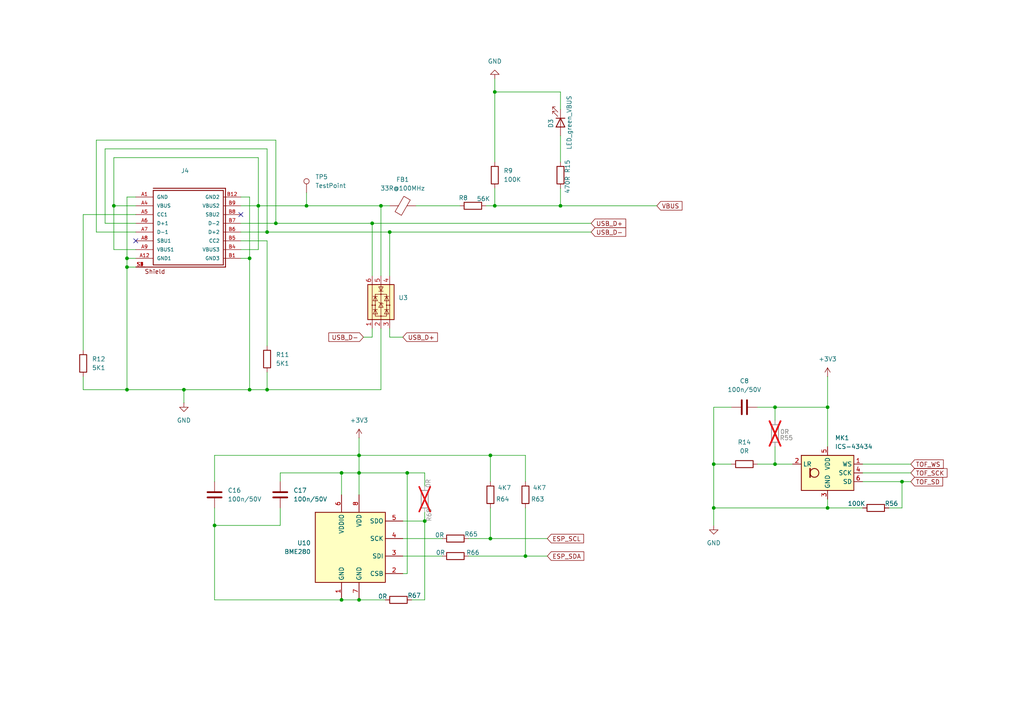
<source format=kicad_sch>
(kicad_sch (version 20250114) (generator "eeschema") (generator_version "9.0")
  (paper "A4")
  (title_block (title "USB_C connector"))
  (lib_symbols
    (symbol "629722000214:629722000214" (pin_names (offset 1.016))
      (property "Reference" "J" (at 0 11.43 0))
      (property "Value" "629722000214" (at 0 -15.24 0))
      (symbol "629722000214_0_0"
        (polyline (pts (xy -12.7 -12.7) (xy 10.795 -12.7)) (stroke (width 0.254)))
        (polyline (pts (xy -10.16 10.16) (xy 10.795 10.16)) (stroke (width 0.254)))
        (polyline (pts (xy -10.16 9.525) (xy 10.16 9.525)) (stroke (width 0.254)))
        (polyline (pts (xy -10.16 -12.065) (xy -10.16 9.525)) (stroke (width 0.254)))
        (polyline (pts (xy 10.16 9.525) (xy 10.16 -12.065)) (stroke (width 0.254)))
        (polyline (pts (xy 10.16 -12.065) (xy -10.16 -12.065)) (stroke (width 0.254)))
        (polyline (pts (xy 10.795 10.16) (xy 10.795 -12.7)) (stroke (width 0.254)))
        (text "Shield" (at -12.7 -14.732 0) (effects (font (size 1.27 1.27)) (justify left bottom)))
        (pin passive line (at -15.24 7.62 0) (length 5.08) (name "GND") (number "A1"))
        (pin passive line (at -15.24 5.08 0) (length 5.08) (name "VBUS") (number "A4"))
        (pin passive line (at -15.24 2.54 0) (length 5.08) (name "CC1") (number "A5"))
        (pin passive line (at -15.24 0 0) (length 5.08) (name "D+1") (number "A6"))
        (pin passive line (at -15.24 -2.54 0) (length 5.08) (name "D-1") (number "A7"))
        (pin passive line (at -15.24 -5.08 0) (length 5.08) (name "SBU1") (number "A8"))
        (pin passive line (at -15.24 -7.62 0) (length 5.08) (name "VBUS1") (number "A9"))
        (pin passive line (at -15.24 -10.16 0) (length 5.08) (name "GND1") (number "A12"))
        (pin passive line (at -15.24 -12.7 0) (length 2.54) (name "~") (number "S1"))
        (pin passive line (at -15.24 -12.7 0) (length 2.54) (name "~") (number "S2"))
        (pin passive line (at -15.24 -12.7 0) (length 2.54) (name "~") (number "S3"))
        (pin passive line (at -15.24 -12.7 0) (length 2.54) (name "~") (number "S4"))
        (pin passive line (at 15.24 7.62 180) (length 5.08) (name "GND2") (number "B12"))
        (pin passive line (at 15.24 5.08 180) (length 5.08) (name "VBUS2") (number "B9"))
        (pin passive line (at 15.24 2.54 180) (length 5.08) (name "SBU2") (number "B8"))
        (pin passive line (at 15.24 0 180) (length 5.08) (name "D-2") (number "B7"))
        (pin passive line (at 15.24 -2.54 180) (length 5.08) (name "D+2") (number "B6"))
        (pin passive line (at 15.24 -5.08 180) (length 5.08) (name "CC2") (number "B5"))
        (pin passive line (at 15.24 -7.62 180) (length 5.08) (name "VBUS3") (number "B4"))
        (pin passive line (at 15.24 -10.16 180) (length 5.08) (name "GND3") (number "B1"))
      )
    )
    (symbol "Connector:TestPoint" (pin_numbers (hide yes)) (pin_names (offset 0.762) (hide yes))
      (property "Reference" "TP" (at 0 6.858 0))
      (property "Value" "TestPoint" (at 0 5.08 0))
      (symbol "TestPoint_0_1"
        (circle (center 0 3.302) (radius 0.762))
      )
      (symbol "TestPoint_1_1"
        (pin passive line (at 0 0 90) (length 2.54) (name "1") (number "1"))
      )
    )
    (symbol "Device:C" (pin_numbers (hide yes)) (pin_names (offset 0.254))
      (property "Reference" "C" (at 0.635 2.54 0))
      (property "Value" "C" (at 0.635 -2.54 0))
      (symbol "C_0_1"
        (polyline (pts (xy -2.032 0.762) (xy 2.032 0.762)) (stroke (width 0.508)))
        (polyline (pts (xy -2.032 -0.762) (xy 2.032 -0.762)) (stroke (width 0.508)))
      )
      (symbol "C_1_1"
        (pin passive line (at 0 3.81 270) (length 2.794) (name "~") (number "1"))
        (pin passive line (at 0 -3.81 90) (length 2.794) (name "~") (number "2"))
      )
    )
    (symbol "Device:FerriteBead" (pin_numbers (hide yes)) (pin_names (offset 0))
      (property "Reference" "FB" (at -3.81 0.635 90))
      (property "Value" "FerriteBead" (at 3.81 0 90))
      (symbol "FerriteBead_0_1"
        (polyline (pts (xy -2.7686 0.4064) (xy -1.7018 2.2606) (xy 2.7686 -0.3048) (xy 1.6764 -2.159) (xy -2.7686 0.4064)))
        (polyline (pts (xy 0 1.27) (xy 0 1.2954)))
        (polyline (pts (xy 0 -1.27) (xy 0 -1.2192)))
      )
      (symbol "FerriteBead_1_1"
        (pin passive line (at 0 3.81 270) (length 2.54) (name "~") (number "1"))
        (pin passive line (at 0 -3.81 90) (length 2.54) (name "~") (number "2"))
      )
    )
    (symbol "Device:LED" (pin_numbers (hide yes)) (pin_names (offset 1.016) (hide yes))
      (property "Reference" "D" (at 0 2.54 0))
      (property "Value" "LED" (at 0 -2.54 0))
      (symbol "LED_0_1"
        (polyline (pts (xy -3.048 -0.762) (xy -4.572 -2.286) (xy -3.81 -2.286) (xy -4.572 -2.286) (xy -4.572 -1.524)))
        (polyline (pts (xy -1.778 -0.762) (xy -3.302 -2.286) (xy -2.54 -2.286) (xy -3.302 -2.286) (xy -3.302 -1.524)))
        (polyline (pts (xy -1.27 0) (xy 1.27 0)))
        (polyline (pts (xy -1.27 -1.27) (xy -1.27 1.27)) (stroke (width 0.254)))
        (polyline (pts (xy 1.27 -1.27) (xy 1.27 1.27) (xy -1.27 0) (xy 1.27 -1.27)) (stroke (width 0.254)))
      )
      (symbol "LED_1_1"
        (pin passive line (at -3.81 0 0) (length 2.54) (name "K") (number "1"))
        (pin passive line (at 3.81 0 180) (length 2.54) (name "A") (number "2"))
      )
    )
    (symbol "Device:R" (pin_numbers (hide yes)) (pin_names (offset 0))
      (property "Reference" "R" (at 2.032 0 90))
      (property "Value" "R" (at 0 0 90))
      (symbol "R_0_1"
        (rectangle (start -1.016 -2.54) (end 1.016 2.54) (stroke (width 0.254)))
      )
      (symbol "R_1_1"
        (pin passive line (at 0 3.81 270) (length 1.27) (name "~") (number "1"))
        (pin passive line (at 0 -3.81 90) (length 1.27) (name "~") (number "2"))
      )
    )
    (symbol "Power_Protection:WE-TVS-82400102"
      (property "Reference" "U" (at 0 7.62 0))
      (property "Value" "WE-TVS-82400102" (at 0 5.08 0))
      (symbol "WE-TVS-82400102_0_1"
        (polyline (pts (xy -5.08 2.54) (xy 5.08 2.54)))
        (polyline (pts (xy -5.08 -2.54) (xy 5.08 -2.54)))
        (rectangle (start -4.064 1.651) (end 2.286 -1.651))
        (circle (center -4.064 0) (radius 0.127))
        (polyline (pts (xy -4.064 0) (xy -5.08 0)))
        (polyline (pts (xy -4.064 0) (xy 2.286 0)) (fill (type outline)))
        (polyline (pts (xy -3.429 1.016) (xy -3.429 2.286) (xy -2.159 1.651) (xy -3.429 1.016)))
        (polyline (pts (xy -3.429 -1.016) (xy -3.429 -2.286) (xy -2.159 -1.651) (xy -3.429 -1.016)))
        (polyline (pts (xy -2.159 2.286) (xy -2.159 1.016)))
        (polyline (pts (xy -2.159 -1.016) (xy -2.159 -2.286)))
        (circle (center -0.889 2.54) (radius 0.127))
        (circle (center -0.889 1.651) (radius 0.127))
        (polyline (pts (xy -0.889 1.651) (xy -0.889 2.54)))
        (circle (center -0.889 -1.651) (radius 0.127))
        (polyline (pts (xy -0.889 -1.651) (xy -0.889 -2.413)))
        (circle (center -0.889 -2.54) (radius 0.127))
        (polyline (pts (xy -0.508 -0.635) (xy -0.508 -0.635)))
        (polyline (pts (xy 0 0.635) (xy -0.254 0.381) (xy -0.254 -0.381) (xy -0.508 -0.635)))
        (polyline (pts (xy 0.381 1.016) (xy 0.381 2.286) (xy 1.651 1.651) (xy 0.381 1.016)))
        (polyline (pts (xy 0.381 -1.016) (xy 0.381 -2.286) (xy 1.651 -1.651) (xy 0.381 -1.016)))
        (polyline (pts (xy 1.651 2.286) (xy 1.651 1.016)))
        (polyline (pts (xy 1.651 -1.016) (xy 1.651 -2.286)))
        (polyline (pts (xy 2.286 0) (xy 5.08 0)))
        (circle (center 2.286 0) (radius 0.127))
      )
      (symbol "WE-TVS-82400102_1_1"
        (rectangle (start -5.08 3.81) (end 5.08 -3.81) (stroke (width 0.254)) (fill (type background)))
        (polyline (pts (xy -1.524 0.635) (xy -1.524 -0.635) (xy -0.254 0) (xy -1.524 0.635)))
        (polyline (pts (xy 3.175 0.635) (xy 3.175 -0.635)))
        (polyline (pts (xy 4.445 0.635) (xy 4.445 -0.635) (xy 3.175 0) (xy 4.445 0.635)))
        (pin passive line (at -7.62 2.54 0) (length 2.54) (name "~") (number "1"))
        (pin passive line (at -7.62 0 0) (length 2.54) (name "~") (number "2"))
        (pin passive line (at -7.62 -2.54 0) (length 2.54) (name "~") (number "3"))
        (pin passive line (at 7.62 2.54 180) (length 2.54) (name "~") (number "6"))
        (pin passive line (at 7.62 0 180) (length 2.54) (name "~") (number "5"))
        (pin passive line (at 7.62 -2.54 180) (length 2.54) (name "~") (number "4"))
      )
    )
    (symbol "Sensor:BME280"
      (property "Reference" "U" (at -8.89 11.43 0))
      (property "Value" "BME280" (at 7.62 11.43 0))
      (symbol "BME280_0_1"
        (rectangle (start -10.16 10.16) (end 10.16 -10.16) (stroke (width 0.254)) (fill (type background)))
      )
      (symbol "BME280_1_1"
        (pin power_in line (at -2.54 15.24 270) (length 5.08) (name "VDDIO") (number "6"))
        (pin power_in line (at -2.54 -15.24 90) (length 5.08) (name "GND") (number "1"))
        (pin power_in line (at 2.54 15.24 270) (length 5.08) (name "VDD") (number "8"))
        (pin power_in line (at 2.54 -15.24 90) (length 5.08) (name "GND") (number "7"))
        (pin bidirectional line (at 15.24 7.62 180) (length 5.08) (name "SDO") (number "5"))
        (pin input line (at 15.24 2.54 180) (length 5.08) (name "SCK") (number "4"))
        (pin bidirectional line (at 15.24 -2.54 180) (length 5.08) (name "SDI") (number "3"))
        (pin input line (at 15.24 -7.62 180) (length 5.08) (name "CSB") (number "2"))
      )
    )
    (symbol "Sensor_Audio:ICS-43434"
      (property "Reference" "MK" (at -7.62 6.35 0))
      (property "Value" "ICS-43434" (at 1.27 6.35 0))
      (symbol "ICS-43434_1_1"
        (rectangle (start -7.62 5.08) (end 7.62 -5.08) (stroke (width 0.254)) (fill (type background)))
        (polyline (pts (xy -5.08 1.27) (xy -5.08 -1.27)) (stroke (width 0.381)))
        (circle (center -3.81 0) (radius 1.27) (stroke (width 0.254)))
        (pin input line (at -10.16 2.54 0) (length 2.54) (name "LR") (number "2"))
        (pin power_in line (at 0 7.62 270) (length 2.54) (name "VDD") (number "5"))
        (pin power_in line (at 0 -7.62 90) (length 2.54) (name "GND") (number "3"))
        (pin input line (at 10.16 2.54 180) (length 2.54) (name "WS") (number "1"))
        (pin input line (at 10.16 0 180) (length 2.54) (name "SCK") (number "4"))
        (pin output line (at 10.16 -2.54 180) (length 2.54) (name "SD") (number "6"))
      )
    )
    (symbol "power:+3.3V" (power) (pin_numbers (hide yes)) (pin_names (offset 0) (hide yes))
      (property "Value" "+3.3V" (at 0 3.556 0))
      (symbol "+3.3V_0_1"
        (polyline (pts (xy -0.762 1.27) (xy 0 2.54)))
        (polyline (pts (xy 0 2.54) (xy 0.762 1.27)))
        (polyline (pts (xy 0 0) (xy 0 2.54)))
      )
      (symbol "+3.3V_1_1"
        (pin power_in line (at 0 0 90) (length 0) (name "~") (number "1"))
      )
    )
    (symbol "power:GND" (power) (pin_numbers (hide yes)) (pin_names (offset 0) (hide yes))
      (property "Value" "GND" (at 0 -3.81 0))
      (symbol "GND_0_1"
        (polyline (pts (xy 0 0) (xy 0 -1.27) (xy 1.27 -1.27) (xy 0 -2.54) (xy -1.27 -1.27) (xy 0 -1.27)))
      )
      (symbol "GND_1_1"
        (pin power_in line (at 0 0 270) (length 0) (name "~") (number "1"))
      )
    )
  )
  (junction (at 110.49 59.69))
  (junction (at 143.51 26.67))
  (junction (at 123.19 151.13))
  (junction (at 224.79 118.11))
  (junction (at 99.06 173.99))
  (junction (at 261.62 139.7))
  (junction (at 207.01 147.32))
  (junction (at 62.23 152.4))
  (junction (at 207.01 134.62))
  (junction (at 104.14 132.08))
  (junction (at 88.9 59.69))
  (junction (at 77.47 113.03))
  (junction (at 142.24 132.08))
  (junction (at 152.4 161.29))
  (junction (at 36.83 77.47))
  (junction (at 77.47 67.31))
  (junction (at 36.83 113.03))
  (junction (at 142.24 156.21))
  (junction (at 104.14 173.99))
  (junction (at 104.14 137.16))
  (junction (at 99.06 137.16))
  (junction (at 143.51 59.69))
  (junction (at 107.95 64.77))
  (junction (at 36.83 74.93))
  (junction (at 33.02 59.69))
  (junction (at 240.03 118.11))
  (junction (at 72.39 74.93))
  (junction (at 80.01 64.77))
  (junction (at 118.11 137.16))
  (junction (at 72.39 113.03))
  (junction (at 53.34 113.03))
  (junction (at 74.93 59.69))
  (junction (at 240.03 147.32))
  (junction (at 162.56 59.69))
  (junction (at 113.03 67.31))
  (junction (at 224.79 134.62))
  (no_connect (at 69.85 62.23))
  (no_connect (at 39.37 69.85))
  (wire (pts (xy 72.39 57.15) (xy 72.39 74.93)))
  (wire (pts (xy 39.37 59.69) (xy 33.02 59.69)))
  (wire (pts (xy 162.56 39.37) (xy 162.56 46.99)))
  (wire (pts (xy 240.03 147.32) (xy 250.19 147.32)))
  (wire (pts (xy 33.02 45.72) (xy 74.93 45.72)))
  (wire (pts (xy 69.85 69.85) (xy 77.47 69.85)))
  (wire (pts (xy 224.79 118.11) (xy 224.79 121.92)))
  (wire (pts (xy 212.09 134.62) (xy 207.01 134.62)))
  (wire (pts (xy 152.4 161.29) (xy 158.75 161.29)))
  (wire (pts (xy 77.47 67.31) (xy 113.03 67.31)))
  (wire (pts (xy 77.47 69.85) (xy 77.47 100.33)))
  (wire (pts (xy 152.4 132.08) (xy 142.24 132.08)))
  (wire (pts (xy 224.79 129.54) (xy 224.79 134.62)))
  (wire (pts (xy 118.11 166.37) (xy 118.11 137.16)))
  (wire (pts (xy 143.51 54.61) (xy 143.51 59.69)))
  (wire (pts (xy 264.16 134.62) (xy 250.19 134.62)))
  (wire (pts (xy 24.13 109.22) (xy 24.13 113.03)))
  (wire (pts (xy 207.01 134.62) (xy 207.01 147.32)))
  (wire (pts (xy 69.85 72.39) (xy 74.93 72.39)))
  (wire (pts (xy 39.37 67.31) (xy 27.94 67.31)))
  (wire (pts (xy 81.28 137.16) (xy 99.06 137.16)))
  (wire (pts (xy 36.83 113.03) (xy 53.34 113.03)))
  (wire (pts (xy 62.23 147.32) (xy 62.23 152.4)))
  (wire (pts (xy 140.97 59.69) (xy 143.51 59.69)))
  (wire (pts (xy 24.13 62.23) (xy 39.37 62.23)))
  (wire (pts (xy 224.79 134.62) (xy 229.87 134.62)))
  (wire (pts (xy 219.71 118.11) (xy 224.79 118.11)))
  (wire (pts (xy 27.94 67.31) (xy 27.94 40.64)))
  (wire (pts (xy 110.49 95.25) (xy 110.49 113.03)))
  (wire (pts (xy 99.06 137.16) (xy 104.14 137.16)))
  (wire (pts (xy 36.83 74.93) (xy 39.37 74.93)))
  (wire (pts (xy 240.03 147.32) (xy 207.01 147.32)))
  (wire (pts (xy 142.24 147.32) (xy 142.24 156.21)))
  (wire (pts (xy 116.84 156.21) (xy 128.27 156.21)))
  (wire (pts (xy 212.09 118.11) (xy 207.01 118.11)))
  (wire (pts (xy 39.37 72.39) (xy 33.02 72.39)))
  (wire (pts (xy 39.37 57.15) (xy 36.83 57.15)))
  (wire (pts (xy 88.9 55.88) (xy 88.9 59.69)))
  (wire (pts (xy 62.23 132.08) (xy 104.14 132.08)))
  (wire (pts (xy 53.34 113.03) (xy 53.34 116.84)))
  (wire (pts (xy 123.19 137.16) (xy 118.11 137.16)))
  (wire (pts (xy 88.9 59.69) (xy 110.49 59.69)))
  (wire (pts (xy 36.83 77.47) (xy 39.37 77.47)))
  (wire (pts (xy 123.19 140.97) (xy 123.19 137.16)))
  (wire (pts (xy 116.84 161.29) (xy 128.27 161.29)))
  (wire (pts (xy 219.71 134.62) (xy 224.79 134.62)))
  (wire (pts (xy 240.03 118.11) (xy 240.03 129.54)))
  (wire (pts (xy 118.11 137.16) (xy 104.14 137.16)))
  (wire (pts (xy 240.03 109.22) (xy 240.03 118.11)))
  (wire (pts (xy 77.47 113.03) (xy 110.49 113.03)))
  (wire (pts (xy 36.83 74.93) (xy 36.83 77.47)))
  (wire (pts (xy 261.62 139.7) (xy 250.19 139.7)))
  (wire (pts (xy 162.56 31.75) (xy 162.56 26.67)))
  (wire (pts (xy 69.85 64.77) (xy 80.01 64.77)))
  (wire (pts (xy 69.85 74.93) (xy 72.39 74.93)))
  (wire (pts (xy 135.89 161.29) (xy 152.4 161.29)))
  (wire (pts (xy 30.48 43.18) (xy 77.47 43.18)))
  (wire (pts (xy 143.51 22.86) (xy 143.51 26.67)))
  (wire (pts (xy 62.23 152.4) (xy 62.23 173.99)))
  (wire (pts (xy 62.23 173.99) (xy 99.06 173.99)))
  (wire (pts (xy 36.83 57.15) (xy 36.83 74.93)))
  (wire (pts (xy 30.48 64.77) (xy 30.48 43.18)))
  (wire (pts (xy 135.89 156.21) (xy 142.24 156.21)))
  (wire (pts (xy 123.19 151.13) (xy 123.19 173.99)))
  (wire (pts (xy 81.28 147.32) (xy 81.28 152.4)))
  (wire (pts (xy 224.79 118.11) (xy 240.03 118.11)))
  (wire (pts (xy 152.4 139.7) (xy 152.4 132.08)))
  (wire (pts (xy 77.47 43.18) (xy 77.47 67.31)))
  (wire (pts (xy 36.83 77.47) (xy 36.83 113.03)))
  (wire (pts (xy 142.24 132.08) (xy 104.14 132.08)))
  (wire (pts (xy 143.51 26.67) (xy 143.51 46.99)))
  (wire (pts (xy 99.06 143.51) (xy 99.06 137.16)))
  (wire (pts (xy 110.49 59.69) (xy 113.03 59.69)))
  (wire (pts (xy 74.93 45.72) (xy 74.93 59.69)))
  (wire (pts (xy 27.94 40.64) (xy 80.01 40.64)))
  (wire (pts (xy 72.39 113.03) (xy 77.47 113.03)))
  (wire (pts (xy 207.01 118.11) (xy 207.01 134.62)))
  (wire (pts (xy 69.85 57.15) (xy 72.39 57.15)))
  (wire (pts (xy 74.93 72.39) (xy 74.93 59.69)))
  (wire (pts (xy 123.19 148.59) (xy 123.19 151.13)))
  (wire (pts (xy 107.95 97.79) (xy 105.41 97.79)))
  (wire (pts (xy 257.81 147.32) (xy 261.62 147.32)))
  (wire (pts (xy 207.01 147.32) (xy 207.01 152.4)))
  (wire (pts (xy 72.39 74.93) (xy 72.39 113.03)))
  (wire (pts (xy 152.4 147.32) (xy 152.4 161.29)))
  (wire (pts (xy 80.01 40.64) (xy 80.01 64.77)))
  (wire (pts (xy 77.47 107.95) (xy 77.47 113.03)))
  (wire (pts (xy 39.37 64.77) (xy 30.48 64.77)))
  (wire (pts (xy 111.76 173.99) (xy 104.14 173.99)))
  (wire (pts (xy 116.84 166.37) (xy 118.11 166.37)))
  (wire (pts (xy 62.23 152.4) (xy 81.28 152.4)))
  (wire (pts (xy 33.02 59.69) (xy 33.02 45.72)))
  (wire (pts (xy 113.03 97.79) (xy 116.84 97.79)))
  (wire (pts (xy 142.24 139.7) (xy 142.24 132.08)))
  (wire (pts (xy 107.95 64.77) (xy 107.95 80.01)))
  (wire (pts (xy 62.23 139.7) (xy 62.23 132.08)))
  (wire (pts (xy 81.28 139.7) (xy 81.28 137.16)))
  (wire (pts (xy 116.84 151.13) (xy 123.19 151.13)))
  (wire (pts (xy 74.93 59.69) (xy 88.9 59.69)))
  (wire (pts (xy 162.56 54.61) (xy 162.56 59.69)))
  (wire (pts (xy 107.95 95.25) (xy 107.95 97.79)))
  (wire (pts (xy 120.65 59.69) (xy 133.35 59.69)))
  (wire (pts (xy 107.95 64.77) (xy 171.45 64.77)))
  (wire (pts (xy 53.34 113.03) (xy 72.39 113.03)))
  (wire (pts (xy 142.24 156.21) (xy 158.75 156.21)))
  (wire (pts (xy 69.85 67.31) (xy 77.47 67.31)))
  (wire (pts (xy 240.03 144.78) (xy 240.03 147.32)))
  (wire (pts (xy 104.14 137.16) (xy 104.14 143.51)))
  (wire (pts (xy 24.13 62.23) (xy 24.13 101.6)))
  (wire (pts (xy 162.56 26.67) (xy 143.51 26.67)))
  (wire (pts (xy 104.14 127) (xy 104.14 132.08)))
  (wire (pts (xy 104.14 132.08) (xy 104.14 137.16)))
  (wire (pts (xy 261.62 147.32) (xy 261.62 139.7)))
  (wire (pts (xy 113.03 67.31) (xy 113.03 80.01)))
  (wire (pts (xy 123.19 173.99) (xy 119.38 173.99)))
  (wire (pts (xy 24.13 113.03) (xy 36.83 113.03)))
  (wire (pts (xy 113.03 95.25) (xy 113.03 97.79)))
  (wire (pts (xy 143.51 59.69) (xy 162.56 59.69)))
  (wire (pts (xy 80.01 64.77) (xy 107.95 64.77)))
  (wire (pts (xy 69.85 59.69) (xy 74.93 59.69)))
  (wire (pts (xy 264.16 137.16) (xy 250.19 137.16)))
  (wire (pts (xy 162.56 59.69) (xy 190.5 59.69)))
  (wire (pts (xy 113.03 67.31) (xy 171.45 67.31)))
  (wire (pts (xy 104.14 173.99) (xy 99.06 173.99)))
  (wire (pts (xy 33.02 72.39) (xy 33.02 59.69)))
  (wire (pts (xy 110.49 59.69) (xy 110.49 80.01)))
  (wire (pts (xy 264.16 139.7) (xy 261.62 139.7)))
  (global_label "USB_D-" (shape input) (at 105.41 97.79 180) (property "Intersheetrefs" "${INTERSHEET_REFS}" (effects (hide yes))))
  (global_label "TOF_SCK" (shape input) (at 264.16 137.16 0) (property "Intersheetrefs" "${INTERSHEET_REFS}" (effects (hide yes))))
  (global_label "ESP_SCL" (shape input) (at 158.75 156.21 0) (property "Intersheetrefs" "${INTERSHEET_REFS}" (effects (hide yes))))
  (global_label "USB_D+" (shape input) (at 116.84 97.79 0) (property "Intersheetrefs" "${INTERSHEET_REFS}" (effects (hide yes))))
  (global_label "TOF_WS" (shape input) (at 264.16 134.62 0) (property "Intersheetrefs" "${INTERSHEET_REFS}" (effects (hide yes))))
  (global_label "VBUS" (shape input) (at 190.5 59.69 0) (property "Intersheetrefs" "${INTERSHEET_REFS}" (effects (hide yes))))
  (global_label "TOF_SD" (shape input) (at 264.16 139.7 0) (property "Intersheetrefs" "${INTERSHEET_REFS}" (effects (hide yes))))
  (global_label "ESP_SDA" (shape input) (at 158.75 161.29 0) (property "Intersheetrefs" "${INTERSHEET_REFS}" (effects (hide yes))))
  (global_label "USB_D-" (shape input) (at 171.45 67.31 0) (property "Intersheetrefs" "${INTERSHEET_REFS}" (effects (hide yes))))
  (global_label "USB_D+" (shape input) (at 171.45 64.77 0) (property "Intersheetrefs" "${INTERSHEET_REFS}" (effects (hide yes))))
  (symbol (lib_id "Device:R") (at 143.51 50.8 180) (unit 1)
    (property "Reference" "R9" (at 146.05 49.5299 0) (effects (justify right)))
    (property "Value" "100K" (at 146.05 52.0699 0) (effects (justify right)))
    (property "Footprint" "Resistor_SMD:R_0603_1608Metric" (effects (hide yes)))
    (property "Description" "Resistor" (effects (hide yes)))
  )
  (symbol (lib_id "Device:R") (at 162.56 50.8 0) (unit 1)
    (property "Reference" "R15" (at 164.592 48.26 90))
    (property "Value" "470R" (at 164.592 53.594 90))
    (property "Footprint" "Resistor_SMD:R_0603_1608Metric" (effects (hide yes)))
    (property "Description" "Resistor" (effects (hide yes)))
  )
  (symbol (lib_id "Device:R") (at 77.47 104.14 180) (unit 1)
    (property "Reference" "R11" (at 80.01 102.8699 0) (effects (justify right)))
    (property "Value" "5K1" (at 80.01 105.4099 0) (effects (justify right)))
    (property "Footprint" "Resistor_SMD:R_0603_1608Metric" (effects (hide yes)))
    (property "Description" "Resistor" (effects (hide yes)))
  )
  (symbol (lib_id "Connector:TestPoint") (at 88.9 55.88 0) (unit 1)
    (property "Reference" "TP5" (at 91.44 51.3079 0) (effects (justify left)))
    (property "Value" "TestPoint" (at 91.44 53.8479 0) (effects (justify left)))
    (property "Footprint" "TestPoint:TestPoint_Pad_D1.0mm" (effects (hide yes)))
    (property "Description" "test point" (effects (hide yes)))
  )
  (symbol (lib_id "Device:R") (at 254 147.32 90) (unit 1)
    (property "Reference" "R56" (at 258.572 146.05 90))
    (property "Value" "100K" (at 248.412 146.05 90))
    (property "Footprint" "Resistor_SMD:R_0603_1608Metric" (effects (hide yes)))
    (property "Description" "Resistor" (effects (hide yes)))
  )
  (symbol (lib_id "Device:R") (at 224.79 125.73 180) (unit 1) (dnp yes)
    (property "Reference" "R55" (at 228.092 127 0))
    (property "Value" "0R" (at 227.584 125.222 0))
    (property "Footprint" "Resistor_SMD:R_0603_1608Metric" (effects (hide yes)))
    (property "Description" "Resistor" (effects (hide yes)))
  )
  (symbol (lib_id "Device:C") (at 81.28 143.51 0) (unit 1)
    (property "Reference" "C17" (at 85.09 142.2399 0) (effects (justify left)))
    (property "Value" "100n/50V" (at 85.09 144.7799 0) (effects (justify left)))
    (property "Footprint" "Capacitor_SMD:C_0603_1608Metric" (effects (hide yes)))
    (property "Description" "Unpolarized capacitor" (effects (hide yes)))
  )
  (symbol (lib_id "Device:R") (at 215.9 134.62 90) (unit 1)
    (property "Reference" "R14" (at 215.9 128.27 90))
    (property "Value" "0R" (at 215.9 130.81 90))
    (property "Footprint" "Resistor_SMD:R_0603_1608Metric" (effects (hide yes)))
    (property "Description" "Resistor" (effects (hide yes)))
  )
  (symbol (lib_id "Device:R") (at 132.08 161.29 90) (unit 1)
    (property "Reference" "R66" (at 137.16 160.274 90))
    (property "Value" "0R" (at 127.762 160.274 90))
    (property "Footprint" "Resistor_SMD:R_0603_1608Metric" (effects (hide yes)))
    (property "Description" "Resistor" (effects (hide yes)))
  )
  (symbol (lib_id "Sensor:BME280") (at 101.6 158.75 0) (unit 1)
    (property "Reference" "U10" (at 90.17 157.4799 0) (effects (justify right)))
    (property "Value" "BME280" (at 90.17 160.0199 0) (effects (justify right)))
    (property "Footprint" "Package_LGA:Bosch_LGA-8_2.5x2.5mm_P0.65mm_ClockwisePinNumbering" (effects (hide yes)))
    (property "Datasheet" "https://www.bosch-sensortec.com/media/boschsensortec/downloads/datasheets/bst-bme280-ds002.pdf" (effects (hide yes)))
    (property "Description" "3-in-1 sensor, humidity, pressure, temperature, I2C and SPI interface, 1.71-3.6V, LGA-8" (effects (hide yes)))
    (property "LCSC Part Number" "C92489" (effects (hide yes)))
  )
  (symbol (lib_id "Device:R") (at 137.16 59.69 90) (unit 1)
    (property "Reference" "R8" (at 134.366 57.404 90))
    (property "Value" "56K" (at 140.208 57.658 90))
    (property "Footprint" "Resistor_SMD:R_0603_1608Metric" (effects (hide yes)))
    (property "Description" "Resistor" (effects (hide yes)))
  )
  (symbol (lib_id "Device:C") (at 215.9 118.11 90) (unit 1)
    (property "Reference" "C8" (at 215.9 110.49 90))
    (property "Value" "100n/50V" (at 215.9 113.03 90))
    (property "Footprint" "Capacitor_SMD:C_0603_1608Metric" (effects (hide yes)))
    (property "Description" "Unpolarized capacitor" (effects (hide yes)))
  )
  (symbol (lib_id "629722000214:629722000214") (at 54.61 64.77 0) (unit 1)
    (property "Reference" "J4" (at 53.6575 49.53 0))
    (property "Footprint" "Connector_USB:USB_C_Receptacle_GCT_USB4105-xx-A_16P_TopMnt_Horizontal" (effects (hide yes)))
    (property "Datasheet" "https://gct.co/files/specs/usb4105-spec.pdf" (effects (hide yes)))
    (property "MPN" "USB4105-GF-A-120" (effects (hide yes)))
  )
  (symbol (lib_id "power:GND") (at 143.51 22.86 180) (unit 1)
    (property "Reference" "#PWR014" (effects (hide yes)))
    (property "Value" "GND" (at 143.51 17.78 0))
    (property "Description" "Power symbol creates a global label with name \"GND\" , ground" (effects (hide yes)))
  )
  (symbol (lib_id "Device:R") (at 132.08 156.21 90) (unit 1)
    (property "Reference" "R65" (at 136.652 154.94 90))
    (property "Value" "0R" (at 127.508 155.194 90))
    (property "Footprint" "Resistor_SMD:R_0603_1608Metric" (effects (hide yes)))
    (property "Description" "Resistor" (effects (hide yes)))
  )
  (symbol (lib_id "power:GND") (at 207.01 152.4 0) (unit 1)
    (property "Reference" "#PWR036" (effects (hide yes)))
    (property "Value" "GND" (at 207.01 157.48 0))
    (property "Description" "Power symbol creates a global label with name \"GND\" , ground" (effects (hide yes)))
  )
  (symbol (lib_id "Device:R") (at 142.24 143.51 180) (unit 1)
    (property "Reference" "R64" (at 145.796 144.78 0))
    (property "Value" "4K7" (at 146.304 141.478 0))
    (property "Footprint" "Resistor_SMD:R_0603_1608Metric" (effects (hide yes)))
    (property "Description" "Resistor" (effects (hide yes)))
  )
  (symbol (lib_id "Device:R") (at 115.57 173.99 90) (unit 1)
    (property "Reference" "R67" (at 120.142 172.72 90))
    (property "Value" "0R" (at 110.998 172.974 90))
    (property "Footprint" "Resistor_SMD:R_0603_1608Metric" (effects (hide yes)))
    (property "Description" "Resistor" (effects (hide yes)))
  )
  (symbol (lib_id "Device:C") (at 62.23 143.51 0) (unit 1)
    (property "Reference" "C16" (at 66.04 142.2399 0) (effects (justify left)))
    (property "Value" "100n/50V" (at 66.04 144.7799 0) (effects (justify left)))
    (property "Footprint" "Capacitor_SMD:C_0603_1608Metric" (effects (hide yes)))
    (property "Description" "Unpolarized capacitor" (effects (hide yes)))
  )
  (symbol (lib_id "Power_Protection:WE-TVS-82400102") (at 110.49 87.63 90) (unit 1)
    (property "Reference" "U3" (at 115.57 86.3599 90) (effects (justify right)))
    (property "Value" "WE-TVS-82400102" (effects (hide yes)))
    (property "Footprint" "Package_TO_SOT_SMD:SOT-23-6" (effects (hide yes)))
    (property "Datasheet" "https://www.we-online.com/components/products/datasheet/82400102.pdf" (effects (hide yes)))
    (property "Description" "Low Capacitance TVS Diode Array, 2 Channels, SOT-23-6" (effects (hide yes)))
    (property "MPN" "710-82400102" (effects (hide yes)))
  )
  (symbol (lib_id "Device:R") (at 123.19 144.78 0) (unit 1) (dnp yes)
    (property "Reference" "R68" (at 124.46 149.352 90))
    (property "Value" "0R" (at 124.206 140.208 90))
    (property "Footprint" "Resistor_SMD:R_0603_1608Metric" (effects (hide yes)))
    (property "Description" "Resistor" (effects (hide yes)))
  )
  (symbol (lib_id "power:+3.3V") (at 104.14 127 0) (unit 1)
    (property "Reference" "#PWR038" (effects (hide yes)))
    (property "Value" "+3V3" (at 104.14 121.92 0))
    (property "Description" "Power symbol creates a global label with name \"+3.3V\"" (effects (hide yes)))
  )
  (symbol (lib_id "Sensor_Audio:ICS-43434") (at 240.03 137.16 0) (unit 1)
    (property "Reference" "MK1" (at 242.1733 127 0) (effects (justify left)))
    (property "Value" "ICS-43434" (at 242.1733 129.54 0) (effects (justify left)))
    (property "Footprint" "Sensor_Audio:InvenSense_ICS-43434-6_3.5x2.65mm" (effects (hide yes)))
    (property "Datasheet" "https://www.invensense.com/wp-content/uploads/2016/02/DS-000069-ICS-43434-v1.2.pdf" (effects (hide yes)))
    (property "Description" "TDK InvenSense MEMS Microphone, 24-bit I2S, 65 dBA SNR, LGA-6" (effects (hide yes)))
    (property "LCSC Part Number" "C5656610" (effects (hide yes)))
  )
  (symbol (lib_id "Device:R") (at 24.13 105.41 180) (unit 1)
    (property "Reference" "R12" (at 26.67 104.1399 0) (effects (justify right)))
    (property "Value" "5K1" (at 26.67 106.6799 0) (effects (justify right)))
    (property "Footprint" "Resistor_SMD:R_0603_1608Metric" (effects (hide yes)))
    (property "Description" "Resistor" (effects (hide yes)))
  )
  (symbol (lib_id "power:GND") (at 53.34 116.84 0) (unit 1)
    (property "Reference" "#PWR016" (effects (hide yes)))
    (property "Value" "GND" (at 53.34 121.92 0))
    (property "Description" "Power symbol creates a global label with name \"GND\" , ground" (effects (hide yes)))
  )
  (symbol (lib_id "Device:LED") (at 162.56 35.56 270) (unit 1)
    (property "Reference" "D3" (at 159.766 35.814 0))
    (property "Value" "LED_green_VBUS" (at 165.1 35.56 0))
    (property "Footprint" "LED_SMD:LED_0603_1608Metric" (effects (hide yes)))
    (property "Datasheet" "https://www.we-online.com/components/products/datasheet/150060VS75000.pdf" (effects (hide yes)))
    (property "Description" "Light emitting diode" (effects (hide yes)))
    (property "Sim.Pins" "1=K 2=A" (effects (hide yes)))
    (property "MPN" "710-150060VS75000" (effects (hide yes)))
  )
  (symbol (lib_id "power:+3.3V") (at 240.03 109.22 0) (unit 1)
    (property "Reference" "#PWR037" (effects (hide yes)))
    (property "Value" "+3V3" (at 240.03 104.14 0))
    (property "Description" "Power symbol creates a global label with name \"+3.3V\"" (effects (hide yes)))
  )
  (symbol (lib_id "Device:R") (at 152.4 143.51 180) (unit 1)
    (property "Reference" "R63" (at 155.956 144.78 0))
    (property "Value" "4K7" (at 156.464 141.478 0))
    (property "Footprint" "Resistor_SMD:R_0603_1608Metric" (effects (hide yes)))
    (property "Description" "Resistor" (effects (hide yes)))
  )
  (symbol (lib_id "Device:FerriteBead") (at 116.84 59.69 90) (unit 1)
    (property "Reference" "FB1" (at 116.7892 52.07 90))
    (property "Value" "33R@100MHz" (at 116.7892 54.61 90))
    (property "Footprint" "Inductor_SMD:L_0603_1608Metric" (effects (hide yes)))
    (property "Datasheet" "https://www.we-online.com/components/products/datasheet/742792641.pdf" (effects (hide yes)))
    (property "Description" "Ferrite bead" (effects (hide yes)))
    (property "MPN" "710-742792641" (effects (hide yes)))
  )
)
</source>
